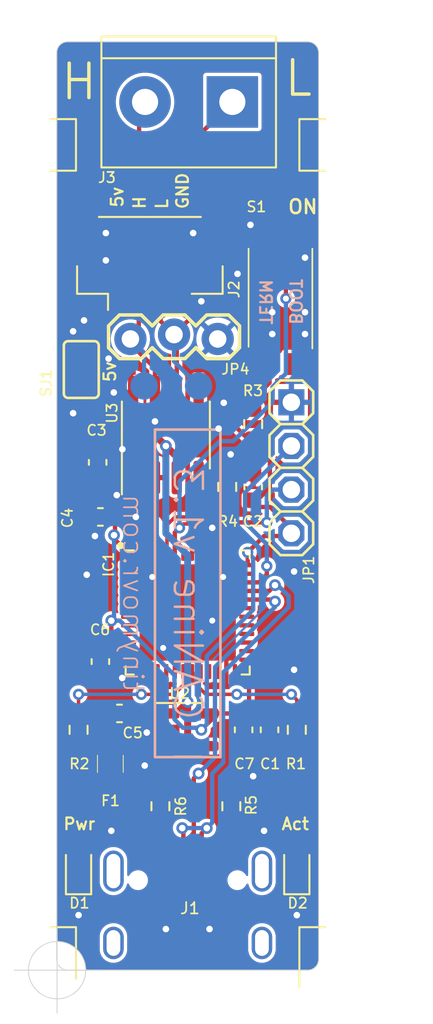
<source format=kicad_pcb>
(kicad_pcb (version 20211014) (generator pcbnew)
  (layers (0 "F.Cu" signal) (31 "B.Cu" signal) (34 "B.Paste" user) (35 "F.Paste" user) (36 "B.SilkS" user "B.Silkscreen") (37 "F.SilkS" user "F.Silkscreen") (38 "B.Mask" user) (39 "F.Mask" user) (44 "Edge.Cuts" user))
  (net 0 "")
  (net 1 "GND")
  (net 2 "3.3V")
  (net 3 "V_BATT")
  (net 4 "/VBUS_USB")
  (net 19 "/LED_TX")
  (net 20 "/LED_RX")
  (net 31 "/D-")
  (net 32 "/D+")
  (net 33 "/SWDIO")
  (net 34 "/SWCLK")
  (net 41 "/BOOT0")
  (net 42 "/CAN_RX")
  (net 43 "/CAN_TX")
  (net 44 "Net-(J1-PadA5)")
  (net 45 "Net-(J1-PadB5)")
  (net 46 "Net-(SJ1-Pad2)")
  (net 47 "/CANH")
  (net 48 "/CANL")
  (net 49 "Net-(R3-Pad2)")
  (net 52 "Net-(R2-Pad2)")
  (net 53 "Net-(R1-Pad2)")
  (footprint "Resistor_SMD:R_0603_1608Metric" (layer "F.Cu") (at 146.9136 117.465475 -90)
    (fp_text reference "R6")
    (fp_text value "5.1k")
  )
  (footprint "Fiducial:Fiducial_0.75mm_Mask1.5mm" (layer "F.Cu") (at 142.1 106)
    (fp_text reference "FID1" hide)
    (fp_text value "Fiducial")
  )
  (footprint "Package_SO:SOIC-8_3.9x4.9mm_P1.27mm" (layer "F.Cu") (at 147.2311 95.875475 90)
    (fp_text reference "U3")
    (fp_text value "MCP2551")
  )
  (footprint "Resistor_SMD:R_0603_1608Metric" (layer "F.Cu") (at 152.3111 95.240475 90)
    (fp_text reference "R3")
    (fp_text value "RC0603JR-7W120RL")
  )
  (footprint "TerminalBlock:TerminalBlock_bornier-2_P5.08mm" (layer "F.Cu") (at 151.1 76.5 180)
    (fp_text reference "J3")
    (fp_text value "Screw_Terminal_01x02")
  )
  (footprint "CANine_v2:1X04-S" (layer "F.Cu") (at 154.5336 97.780475 -90)
    (fp_text reference "JP1")
    (fp_text value "PINHD-1X04_2.54-S")
  )
  (footprint "Resistor_SMD:R_0603_1608Metric" (layer "F.Cu") (at 151.0411 117.465475 -90)
    (fp_text reference "R5")
    (fp_text value "5.1k")
  )
  (footprint "Capacitor_SMD:C_0603_1608Metric" (layer "F.Cu") (at 152.3111 98.891725 90)
    (fp_text reference "C2")
    (fp_text value "0.1uF")
  )
  (footprint "Capacitor_SMD:C_0603_1608Metric" (layer "F.Cu") (at 151.755475 113.020475 -90)
    (fp_text reference "C7")
    (fp_text value "4.7uF")
  )
  (footprint "Capacitor_SMD:C_0603_1608Metric" (layer "F.Cu") (at 144.53235 112.067975 180)
    (fp_text reference "C5")
    (fp_text value "4.7uF")
  )
  (footprint "CANine_v2:PTC0805" (layer "F.Cu") (at 144 115 -90)
    (fp_text reference "F1")
    (fp_text value "FUSE_PTC-0805")
  )
  (footprint "Fiducial:Fiducial_0.75mm_Mask1.5mm" (layer "F.Cu") (at 153.7 81.5)
    (fp_text reference "FID2" hide)
    (fp_text value "Fiducial")
  )
  (footprint "Resistor_SMD:R_0603_1608Metric" (layer "F.Cu") (at 154.8511 113.020475 -90)
    (fp_text reference "R1")
    (fp_text value "1k")
  )
  (footprint "Capacitor_SMD:C_0603_1608Metric" (layer "F.Cu") (at 143.4211 100.637975 180)
    (fp_text reference "C4")
    (fp_text value "0.1uF")
  )
  (footprint "Connector_JST:JST_GH_BM04B-GHS-TBT_1x04-1MP_P1.25mm_Vertical" (layer "F.Cu") (at 146.3 85.8)
    (fp_text reference "J2")
    (fp_text value "Conn_01x04_Male")
  )
  (footprint "LED_SMD:LED_0603_1608Metric" (layer "F.Cu") (at 142.15 121.1 90)
    (fp_text reference "D1")
    (fp_text value "LED")
  )
  (footprint "Movr:SPARKFUN-CONNECTORS_USB-C-16P" (layer "F.Cu") (at 148.5011 120.322975)
    (fp_text reference "J1")
    (fp_text value "SPARKFUN-CONNECTORS_USB_C16PIN" hide)
  )
  (footprint "LED_SMD:LED_0603_1608Metric" (layer "F.Cu") (at 154.85 121.1 90)
    (fp_text reference "D2")
    (fp_text value "LED")
  )
  (footprint "CANine_v2:1X03_LOCK" (layer "F.Cu") (at 150.24735 90.160475 180)
    (fp_text reference "JP4")
    (fp_text value "M03LOCK")
  )
  (footprint "Package_TO_SOT_SMD:SOT-23-5" (layer "F.Cu") (at 148.5 113.020475)
    (fp_text reference "U2")
    (fp_text value "AP2202K-3.3TRG1")
  )
  (footprint "Resistor_SMD:R_0603_1608Metric" (layer "F.Cu") (at 150.8 98.891725 90)
    (fp_text reference "R4")
    (fp_text value "10k")
  )
  (footprint "CANine_v2:2182LPSTRF" (layer "F.Cu") (at 153.8986 87.937975)
    (fp_text reference "S1")
    (fp_text value "218-2LPSTRF")
  )
  (footprint "Capacitor_SMD:C_0603_1608Metric" (layer "F.Cu") (at 143.26235 97.462975 -90)
    (fp_text reference "C3")
    (fp_text value "0.1uF")
  )
  (footprint "Package_DFN_QFN:QFN-48-1EP_7x7mm_P0.5mm_EP5.6x5.6mm" (layer "F.Cu") (at 148.5011 106.194225)
    (fp_text reference "IC1")
    (fp_text value "STM32F042C6U6")
  )
  (footprint "Capacitor_SMD:C_0603_1608Metric" (layer "F.Cu") (at 143.4211 109.051725 -90)
    (fp_text reference "C6")
    (fp_text value "0.1uF")
  )
  (footprint "Capacitor_SMD:C_0603_1608Metric" (layer "F.Cu") (at 153.2636 113.020475 -90)
    (fp_text reference "C1")
    (fp_text value "0.1uF")
  )
  (footprint "CANine_v2:SJ" (layer "F.Cu") (at 142.30985 92.065475 90)
    (fp_text reference "SJ1")
    (fp_text value "SJ")
  )
  (footprint "Resistor_SMD:R_0603_1608Metric" (layer "F.Cu") (at 142.1511 113.020475 -90)
    (fp_text reference "R2")
    (fp_text value "1k")
  )
  (footprint "CANine_v2:TP16R" (layer "B.Cu") (at 145.9611 93.017975 180)
    (fp_text reference "TP1" hide)
    (fp_text value "TPTP16R" hide)
  )
  (footprint "CANine_v2:TP16R" (layer "B.Cu") (at 149.1361 93.017975 180)
    (fp_text reference "TP2" hide)
    (fp_text value "TPTP16R" hide)
  )
  (gr_line (start 146.5961 114.607975) (end 150.4061 114.607975) (layer "B.SilkS") (width 0.1524))
  (gr_line (start 150.4061 95.557975) (end 146.5961 95.557975) (layer "B.SilkS") (width 0.1524))
  (gr_line (start 150.4061 114.607975) (end 150.4061 95.557975) (layer "B.SilkS") (width 0.1524))
  (gr_line (start 146.5961 95.557975) (end 146.5961 114.607975) (layer "B.SilkS") (width 0.1524))
  (gr_line (start 156.5 124.5) (end 155 124.5) (layer "F.SilkS") (width 0.12))
  (gr_circle (center 144.6 102.3) (end 144.75 102.3) (layer "F.SilkS") (width 0.12) (fill solid))
  (gr_line (start 142 80.5) (end 140.5 80.5) (layer "F.SilkS") (width 0.12))
  (gr_line (start 155 77.5) (end 155 80.5) (layer "F.SilkS") (width 0.12))
  (gr_line (start 142 77.5) (end 142 80.5) (layer "F.SilkS") (width 0.12))
  (gr_line (start 140.5 124.5) (end 142 124.5) (layer "F.SilkS") (width 0.12))
  (gr_line (start 155 124.5) (end 155 128) (layer "F.SilkS") (width 0.12))
  (gr_line (start 156.5 77.5) (end 155 77.5) (layer "F.SilkS") (width 0.12))
  (gr_line (start 142 124.5) (end 142 127.5) (layer "F.SilkS") (width 0.12))
  (gr_line (start 155 80.5) (end 156.5 80.5) (layer "F.SilkS") (width 0.12))
  (gr_line (start 140.5 77.5) (end 142 77.5) (layer "F.SilkS") (width 0.12))
  (gr_line (start 156.1211 126.365) (end 156.1211 73.635) (layer "Edge.Cuts") (width 0.05))
  (gr_arc (start 140.8811 73.635) (mid 141.067087 73.185987) (end 141.5161 73) (layer "Edge.Cuts") (width 0.05))
  (gr_arc (start 156.1211 126.365) (mid 155.935113 126.814013) (end 155.4861 127) (layer "Edge.Cuts") (width 0.05))
  (gr_line (start 140.8811 73.635) (end 140.8811 126.365) (layer "Edge.Cuts") (width 0.05))
  (gr_arc (start 141.5161 127) (mid 141.067087 126.814013) (end 140.8811 126.365) (layer "Edge.Cuts") (width 0.05))
  (gr_line (start 155.4861 73) (end 141.5161 73) (layer "Edge.Cuts") (width 0.05))
  (gr_arc (start 155.4861 73) (mid 155.935113 73.185987) (end 156.1211 73.635) (layer "Edge.Cuts") (width 0.05))
  (gr_line (start 141.5161 127) (end 155.4861 127) (layer "Edge.Cuts") (width 0.05))
  (gr_text "TERM" (at 152.6286 89.525475 -90) (layer "B.SilkS") (effects (font (size 0.682752 0.682752) (thickness 0.130048)) (justify left bottom mirror)))
  (gr_text "CANine v1.3" (at 148.5011 105.082975 -90) (layer "B.SilkS") (effects (font (size 1.63576 1.63576) (thickness 0.14224)) (justify mirror)))
  (gr_text "BOOT" (at 154.37485 89.525475 -90) (layer "B.SilkS") (effects (font (size 0.682752 0.682752) (thickness 0.130048)) (justify left bottom mirror)))
  (gr_text "tinymovr.com" (at 145.3261 105.082975 -90) (layer "B.SilkS") (effects (font (size 1.1684 1.1684) (thickness 0.1016)) (justify mirror)))
  (gr_text "5v" (at 144.3736 92.859225 90) (layer "F.SilkS") (effects (font (size 0.682752 0.682752) (thickness 0.130048)) (justify left bottom)))
  (gr_text "Pwr" (at 141.1986 118.894225) (layer "F.SilkS") (effects (font (size 0.682752 0.682752) (thickness 0.130048)) (justify left bottom)))
  (gr_text "L" (at 154 76.3) (layer "F.SilkS") (effects (font (size 2 2) (thickness 0.2)) (justify left bottom)))
  (gr_text "H" (at 146.1 82.8 90) (layer "F.SilkS") (effects (font (size 0.682752 0.682752) (thickness 0.130048)) (justify left bottom)))
  (gr_text "L" (at 147.4 82.8 90) (layer "F.SilkS") (effects (font (size 0.682752 0.682752) (thickness 0.130048)) (justify left bottom)))
  (gr_text "H" (at 141 76.5) (layer "F.SilkS") (effects (font (size 2 2) (thickness 0.2)) (justify left bottom)))
  (gr_text "GND" (at 148.6 82.8 90) (layer "F.SilkS") (effects (font (size 0.682752 0.682752) (thickness 0.130048)) (justify left bottom)))
  (gr_text "Act" (at 153.8986 118.894225) (layer "F.SilkS") (effects (font (size 0.682752 0.682752) (thickness 0.130048)) (justify left bottom)))
  (gr_text "ON" (at 155.2 82.6) (layer "F.SilkS") (effects (font (size 0.8 0.8))))
  (gr_text "5v" (at 144.8 82.7 90) (layer "F.SilkS") (effects (font (size 0.682752 0.682752) (thickness 0.130048)) (justify left bottom)))
  (target plus (at 140.9 127) (size 5) (width 0.05) (layer "Edge.Cuts"))
  (segment (start 148.5011 106.194225) (end 149.4536 106.194225) (width 0.254) (layer "F.Cu") (net 1))
  (segment (start 151.9511 103.944225) (end 150.7511 103.944225) (width 0.254) (layer "F.Cu") (net 1))
  (segment (start 149.4536 106.194225) (end 149.92985 106.670475) (width 0.254) (layer "F.Cu") (net 1))
  (segment (start 150.7511 109.644225) (end 150.7511 107.491725) (width 0.254) (layer "F.Cu") (net 1))
  (segment (start 144.0561 118.894225) (end 144.53235 118.894225) (width 0.3048) (layer "F.Cu") (net 1))
  (segment (start 145.2761 120.322975) (end 145.2761 119.737975) (width 0.3048) (layer "F.Cu") (net 1))
  (segment (start 150.7511 107.491725) (end 149.92985 106.670475) (width 0.254) (layer "F.Cu") (net 1))
  (segment (start 145.91735 106.944225) (end 147.07235 108.099225) (width 0.254) (layer "F.Cu") (net 1))
  (segment (start 147.07235 108.099225) (end 147.07235 108.257975) (width 0.254) (layer "F.Cu") (net 1))
  (segment (start 146.2511 103.944225) (end 146.2511 102.744225) (width 0.254) (layer "F.Cu") (net 1))
  (segment (start 144.53235 118.894225) (end 145.3261 119.687975) (width 0.3048) (layer "F.Cu") (net 1))
  (segment (start 145.0511 106.944225) (end 145.91735 106.944225) (width 0.254) (layer "F.Cu") (net 1))
  (segment (start 145.3261 119.687975) (end 145.2761 119.737975) (width 0.3048) (layer "F.Cu") (net 1))
  (segment (start 150.7511 103.944225) (end 150.56485 104.130475) (width 0.254) (layer "F.Cu") (net 1))
  (segment (start 148.5011 106.194225) (end 146.2511 103.944225) (width 0.254) (layer "F.Cu") (net 1))
  (via (at 150.56485 104.130475) (size 0.6548) (drill 0.35) (layers "F.Cu" "B.Cu") (net 1))
  (via (at 150.3 95.5) (size 0.6858) (drill 0.381) (layers "F.Cu" "B.Cu") (net 1))
  (via (at 152.3111 115.719225) (size 0.6858) (drill 0.381) (layers "F.Cu" "B.Cu") (net 1))
  (via (at 146.5961 95.081725) (size 0.6858) (drill 0.381) (layers "F.Cu" "B.Cu") (net 1))
  (via (at 155.32735 88.731725) (size 0.6858) (drill 0.381) (layers "F.Cu" "B.Cu") (net 1))
  (via (at 150.6 94) (size 0.6858) (drill 0.381) (layers "F.Cu" "B.Cu") (net 1))
  (via (at 155.32735 85.556725) (size 0.6858) (drill 0.381) (layers "F.Cu" "B.Cu") (net 1))
  (via (at 143.1036 101.749225) (size 0.6858) (drill 0.381) (layers "F.Cu" "B.Cu") (net 1))
  (via (at 147.2311 124.609225) (size 0.6858) (drill 0.381) (layers "F.Cu" "B.Cu") (net 1))
  (via (at 148.8186 84.127975) (size 0.6858) (drill 0.381) (layers "F.Cu" "B.Cu") (net 1))
  (via (at 144.6911 110.004225) (size 0.6858) (drill 0.381) (layers "F.Cu" "B.Cu") (net 1))
  (via (at 152.15235 83.651725) (size 0.6858) (drill 0.381) (layers "F.Cu" "B.Cu") (net 1))
  (via (at 142.4686 89.207975) (size 0.6858) (drill 0.381) (layers "F.Cu" "B.Cu") (net 1))
  (via (at 144.2 93.4) (size 0.6858) (drill 0.381) (layers "F.Cu" "B.Cu") (net 1))
  (via (at 149.92985 101.272975) (size 0.6858) (drill 0.381) (layers "F.Cu" "B.Cu") (net 1))
  (via (at 153.42235 88.731725) (size 0.6858) (drill 0.381) (layers "F.Cu" "B.Cu") (net 1))
  (via (at 154.8511 123.8) (size 0.6858) (drill 0.381) (layers "F.Cu" "B.Cu") (net 1))
  (via (at 149.7711 124.609225) (size 0.6858) (drill 0.381) (layers "F.Cu" "B.Cu") (net 1))
  (via (at 146.43735 104.130475) (size 0.6548) (drill 0.35) (layers "F.Cu" "B.Cu") (net 1))
  (via (at 147.07235 108.257975) (size 0.6548) (drill 0.35) (layers "F.Cu" "B.Cu") (net 1))
  (via (at 149.92985 106.670475) (size 0.6548) (drill 0.35) (layers "F.Cu" "B.Cu") (net 1))
  (via (at 151.4 86.5) (size 0.6858) (drill 0.381) (layers "F.Cu" "B.Cu") (net 1))
  (via (at 154.69235 103.812975) (size 0.6858) (drill 0.381) (layers "F.Cu" "B.Cu") (net 1))
  (via (at 155.32735 90.001725) (size 0.6858) (drill 0.381) (layers "F.Cu" "B.Cu") (net 1))
  (via (at 143.7386 84.127975) (size 0.6858) (drill 0.381) (layers "F.Cu" "B.Cu") (net 1))
  (via (at 143.7386 85.715475) (size 0.6858) (drill 0.381) (layers "F.Cu" "B.Cu") (net 1))
  (via (at 144.3736 99.367975) (size 0.6858) (drill 0.381) (layers "F.Cu" "B.Cu") (net 1))
  (via (at 141.8336 89.842975) (size 0.6858) (drill 0.381) (layers "F.Cu" "B.Cu") (net 1))
  (via (at 144.0561 118.894225) (size 0.6858) (drill 0.381) (layers "F.Cu" "B.Cu") (net 1))
  (via (at 144.7 96.7) (size 0.6858) (drill 0.381) (layers "F.Cu" "B.Cu") (net 1))
  (via (at 154.69235 109.527975) (size 0.6858) (drill 0.381) (layers "F.Cu" "B.Cu") (net 1))
  (via (at 142.62735 104) (size 0.6858) (drill 0.381) (layers "F.Cu" "B.Cu") (net 1))
  (via (at 153.42235 90.001725) (size 0.6858) (drill 0.381) (layers "F.Cu" "B.Cu") (net 1))
  (via (at 145.48485 100.637975) (size 0.6858) (drill 0.381) (layers "F.Cu" "B.Cu") (net 1))
  (via (at 151 97) (size 0.6858) (drill 0.381) (layers "F.Cu" "B.Cu") (net 1))
  (via (at 143.89735 91.430475) (size 0.6858) (drill 0.381) (layers "F.Cu" "B.Cu") (net 1))
  (via (at 146 115.1) (size 0.6858) (drill 0.381) (layers "F.Cu" "B.Cu") (net 1))
  (via (at 141.8336 94.605475) (size 0.6858) (drill 0.381) (layers "F.Cu" "B.Cu") (net 1))
  (via (at 146.11985 113.179225) (size 0.6858) (drill 0.381) (layers "F.Cu" "B.Cu") (net 1))
  (via (at 149.29485 88.096725) (size 0.6858) (drill 0.381) (layers "F.Cu" "B.Cu") (net 1))
  (via (at 152.9461 118.894225) (size 0.6858) (drill 0.381) (layers "F.Cu" "B.Cu") (net 1))
  (via (at 142.1511 123.8) (size 0.6858) (drill 0.381) (layers "F.Cu" "B.Cu") (net 1))
  (segment (start 144.21485 101.7) (end 144.21485 101.907975) (width 0.254) (layer "F.Cu") (net 2))
  (segment (start 149.95995 112.070475) (end 149.95995 112.355375) (width 0.254) (layer "F.Cu") (net 2))
  (segment (start 144.2711 101.64375) (end 144.2711 100.637975) (width 0.254) (layer "F.Cu") (net 2))
  (segment (start 145.4336 102.744225) (end 145.24235 102.935475) (width 0.254) (layer "F.Cu") (net 2))
  (segment (start 152.9461 101.749225) (end 151.9936 102.701725) (width 0.254) (layer "F.Cu") (net 2))
  (segment (start 144.21485 101.7) (end 144.2711 101.64375) (width 0.254) (layer "F.Cu") (net 2))
  (segment (start 152.072975 111.852975) (end 151.755475 112.170475) (width 0.254) (layer "F.Cu") (net 2))
  (segment (start 152.3111 99.741725) (end 152.6286 100.059225) (width 0.254) (layer "F.Cu") (net 2))
  (segment (start 151.755475 112.170475) (end 153.2636 112.170475) (width 0.254) (layer "F.Cu") (net 2))
  (segment (start 155.235525 95.259525) (end 153.763693 95.259525) (width 0.254) (layer "F.Cu") (net 2))
  (segment (start 145.0511 107.444225) (end 144.1786 107.444225) (width 0.254) (layer "F.Cu") (net 2))
  (segment (start 145.24235 102.935475) (end 145.0511 103.126725) (width 0.254) (layer "F.Cu") (net 2))
  (segment (start 155.6258 94.86925) (end 155.235525 95.259525) (width 0.254) (layer "F.Cu") (net 2))
  (segment (start 152.46985 99.741725) (end 152.3111 99.741725) (width 0.254) (layer "F.Cu") (net 2))
  (segment (start 144.0561 106.670475) (end 144.0561 107.321725) (width 0.254) (layer "F.Cu") (net 2))
  (segment (start 151.2511 109.644225) (end 151.2511 109.737975) (width 0.254) (layer "F.Cu") (net 2))
  (segment (start 155.6258 92.91295) (end 155.6258 94.86925) (width 0.254) (layer "F.Cu") (net 2))
  (segment (start 145.0511 103.444225) (end 145.0511 103.126725) (width 0.254) (layer "F.Cu") (net 2))
  (segment (start 151.9936 103.401725) (end 151.9936 102.701725) (width 0.254) (layer "F.Cu") (net 2))
  (segment (start 144.0561 107.321725) (end 144.1786 107.444225) (width 0.254) (layer "F.Cu") (net 2))
  (segment (start 153.297337 100.059225) (end 152.6286 100.059225) (width 0.254) (layer "F.Cu") (net 2))
  (segment (start 154.5336 101.295488) (end 153.297337 100.059225) (width 0.254) (layer "F.Cu") (net 2))
  (segment (start 153.763693 95.259525) (end 153.28265 95.740569) (width 0.254) (layer "F.Cu") (net 2))
  (segment (start 154.5336 101.590475) (end 154.5336 101.295488) (width 0.254) (layer "F.Cu") (net 2))
  (segment (start 144.21485 101.907975) (end 145.24235 102.935475) (width 0.254) (layer "F.Cu") (net 2))
  (segment (start 151.755475 112.170475) (end 151.655475 112.070475) (width 0.254) (layer "F.Cu") (net 2))
  (segment (start 154.37485 101.749225) (end 152.9461 101.749225) (width 0.254) (layer "F.Cu") (net 2))
  (segment (start 154.37485 101.749225) (end 154.5336 101.590475) (width 0.254) (layer "F.Cu") (net 2))
  (segment (start 153.28265 95.740569) (end 153.28265 98.928925) (width 0.254) (layer "F.Cu") (net 2))
  (segment (start 149.95995 112.070475) (end 151.655475 112.070475) (width 0.254) (layer "F.Cu") (net 2))
  (segment (start 154.5336 91.747975) (end 154.5336 91.82075) (width 0.254) (layer "F.Cu") (net 2))
  (segment (start 149.95995 112.355375) (end 149.29485 113.020475) (width 0.254) (layer "F.Cu") (net 2))
  (segment (start 154.5336 91.82075) (end 155.6258 92.91295) (width 0.254) (layer "F.Cu") (net 2))
  (segment (start 151.9511 103.444225) (end 151.9936 103.401725) (width 0.254) (layer "F.Cu") (net 2))
  (segment (start 151.2511 109.737975) (end 152.072975 110.55985) (width 0.254) (layer "F.Cu") (net 2))
  (segment (start 153.28265 98.928925) (end 152.46985 99.741725) (width 0.254) (layer "F.Cu") (net 2))
  (segment (start 144.1786 107.444225) (end 143.4211 108.201725) (width 0.254) (layer "F.Cu") (net 2))
  (segment (start 152.072975 110.55985) (end 152.072975 111.852975) (width 0.254) (layer "F.Cu") (net 2))
  (segment (start 145.4336 102.744225) (end 145.7511 102.744225) (width 0.254) (layer "F.Cu") (net 2))
  (via (at 144.21485 101.7) (size 0.6858) (drill 0.381) (layers "F.Cu" "B.Cu") (net 2))
  (via (at 151.9936 102.701725) (size 0.6548) (drill 0.35) (layers "F.Cu" "B.Cu") (net 2))
  (via (at 144.0561 106.670475) (size 0.6858) (drill 0.381) (layers "F.Cu" "B.Cu") (net 2))
  (via (at 149.29485 113.020475) (size 0.6858) (drill 0.381) (layers "F.Cu" "B.Cu") (net 2))
  (segment (start 152.3111 103.019225) (end 152.3111 106.035475) (width 0.254) (layer "B.Cu") (net 2))
  (segment (start 144.21485 106.511725) (end 144.0561 106.670475) (width 0.254) (layer "B.Cu") (net 2))
  (segment (start 149.61235 112.702975) (end 149.29485 113.020475) (width 0.254) (layer "B.Cu") (net 2))
  (segment (start 149.1742 112.899825) (end 148.222287 112.899825) (width 0.254) (layer "B.Cu") (net 2))
  (segment (start 147.72995 109.845563) (end 144.554862 106.670475) (width 0.254) (layer "B.Cu") (net 2))
  (segment (start 149.61235 108.734225) (end 149.61235 112.702975) (width 0.254) (layer "B.Cu") (net 2))
  (segment (start 148.222287 112.899825) (end 147.72995 112.407488) (width 0.254) (layer "B.Cu") (net 2))
  (segment (start 151.9936 102.701725) (end 152.3111 103.019225) (width 0.254) (layer "B.Cu") (net 2))
  (segment (start 149.29485 113.020475) (end 149.1742 112.899825) (width 0.254) (layer "B.Cu") (net 2))
  (segment (start 152.3111 106.035475) (end 149.61235 108.734225) (width 0.254) (layer "B.Cu") (net 2))
  (segment (start 144.0561 106.670475) (end 144.554862 106.670475) (width 0.254) (layer "B.Cu") (net 2))
  (segment (start 147.72995 112.407488) (end 147.72995 109.845563) (width 0.254) (layer "B.Cu") (net 2))
  (segment (start 144.21485 101.7) (end 144.21485 106.511725) (width 0.254) (layer "B.Cu") (net 2))
  (segment (start 145.48485 96.002475) (end 145.48485 96.034225) (width 0.4064) (layer "F.Cu") (net 3))
  (segment (start 143.68235 112.067975) (end 143.68235 113.58235) (width 0.4064) (layer "F.Cu") (net 3))
  (segment (start 143.26235 96.612975) (end 144.548225 95.3271) (width 0.4064) (layer "F.Cu") (net 3))
  (segment (start 147.8661 97.145475) (end 147.8661 98.491675) (width 0.4064) (layer "F.Cu") (net 3))
  (segment (start 148.5 111.4) (end 148.5 113.656575) (width 0.4064) (layer "F.Cu") (net 3))
  (segment (start 144.548225 95.06585) (end 145.48485 96.002475) (width 0.4064) (layer "F.Cu") (net 3))
  (segment (start 144.1 113.8) (end 144 113.9) (width 0.4064) (layer "F.Cu") (net 3))
  (segment (start 142.30985 92.827475) (end 144.548225 95.06585) (width 0.4064) (layer "F.Cu") (net 3))
  (segment (start 143.68235 113.58235) (end 144 113.9) (width 0.4064) (layer "F.Cu") (net 3))
  (segment (start 145.80235 113.972975) (end 145.629375 113.8) (width 0.4064) (layer "F.Cu") (net 3))
  (segment (start 147.2311 96.510475) (end 146.75485 96.034225) (width 0.4064) (layer "F.Cu") (net 3))
  (segment (start 145.629375 113.8) (end 144.1 113.8) (width 0.4064) (layer "F.Cu") (net 3))
  (segment (start 145.48485 96.034225) (end 146.75485 96.034225) (width 0.4064) (layer "F.Cu") (net 3))
  (segment (start 147.2311 96.510475) (end 147.8661 97.145475) (width 0.4064) (layer "F.Cu") (net 3))
  (segment (start 147.829525 112.070475) (end 147.35975 112.070475) (width 0.4064) (layer "F.Cu") (net 3))
  (segment (start 147.36225 113.972975) (end 145.80235 113.972975) (width 0.4064) (layer "F.Cu") (net 3))
  (segment (start 144.548225 95.3271) (end 144.548225 95.06585) (width 0.4064) (layer "F.Cu") (net 3))
  (segment (start 148.5 113.656575) (end 148.1836 113.972975) (width 0.4064) (layer "F.Cu") (net 3))
  (segment (start 148.1836 113.972975) (end 147.36225 113.972975) (width 0.4064) (layer "F.Cu") (net 3))
  (segment (start 148.5 111.4) (end 147.829525 112.070475) (width 0.4064) (layer "F.Cu") (net 3))
  (via (at 148.5 111.4) (size 0.6858) (drill 0.381) (layers "F.Cu" "B.Cu") (net 3))
  (via (at 147.2311 96.510475) (size 0.6858) (drill 0.381) (layers "F.Cu" "B.Cu") (net 3))
  (segment (start 148.5011 102.860475) (end 147.2311 101.590475) (width 0.4064) (layer "B.Cu") (net 3))
  (segment (start 148.5011 111.3989) (end 148.5011 102.860475) (width 0.4064) (layer "B.Cu") (net 3))
  (segment (start 147.2311 101.590475) (end 147.2311 96.510475) (width 0.4064) (layer "B.Cu") (net 3))
  (segment (start 148.5 111.4) (end 148.5011 111.3989) (width 0.4064) (layer "B.Cu") (net 3))
  (segment (start 145.4161 116.602975) (end 144.913125 116.1) (width 0.4064) (layer "F.Cu") (net 4))
  (segment (start 147.385262 122.406875) (end 146.03595 121.057563) (width 0.4064) (layer "F.Cu") (net 4))
  (segment (start 146.0511 120.322975) (end 146.0511 119.370475) (width 0.4064) (layer "F.Cu") (net 4))
  (segment (start 150.96625 121.057563) (end 149.616937 122.406875) (width 0.4064) (layer "F.Cu") (net 4))
  (segment (start 150.96625 120.338125) (end 150.96625 121.057563) (width 0.4064) (layer "F.Cu") (net 4))
  (segment (start 149.616937 122.406875) (end 147.385262 122.406875) (width 0.4064) (layer "F.Cu") (net 4))
  (segment (start 146.03595 120.338125) (end 146.03595 121.057563) (width 0.4064) (layer "F.Cu") (net 4))
  (segment (start 145.4161 118.735475) (end 145.4161 116.602975) (width 0.4064) (layer "F.Cu") (net 4))
  (segment (start 144.913125 116.1) (end 144 116.1) (width 0.4064) (layer "F.Cu") (net 4))
  (segment (start 146.0511 119.370475) (end 145.4161 118.735475) (width 0.4064) (layer "F.Cu") (net 4))
  (segment (start 146.0511 120.322975) (end 146.03595 120.338125) (width 0.4064) (layer "F.Cu") (net 4))
  (segment (start 150.9511 120.322975) (end 150.96625 120.338125) (width 0.4064) (layer "F.Cu") (net 4))
  (segment (start 142.1511 112.170475) (end 142.1511 110.956725) (width 0.2032) (layer "F.Cu") (net 19))
  (segment (start 147.70735 110.956725) (end 145.80235 110.956725) (width 0.2032) (layer "F.Cu") (net 19))
  (segment (start 148.2511 109.644225) (end 148.2511 110.412975) (width 0.2032) (layer "F.Cu") (net 19))
  (segment (start 148.2511 110.412975) (end 147.70735 110.956725) (width 0.2032) (layer "F.Cu") (net 19))
  (via (at 145.80235 110.956725) (size 0.6548) (drill 0.35) (layers "F.Cu" "B.Cu") (net 19))
  (via (at 142.1511 110.956725) (size 0.6548) (drill 0.35) (layers "F.Cu" "B.Cu") (net 19))
  (segment (start 145.80235 110.956725) (end 142.1511 110.956725) (width 0.2032) (layer "B.Cu") (net 19))
  (segment (start 154.8511 112.170475) (end 154.8511 111.274225) (width 0.2032) (layer "F.Cu") (net 20))
  (segment (start 148.7511 109.644225) (end 148.7963 109.689425) (width 0.2032) (layer "F.Cu") (net 20))
  (segment (start 148.7963 109.689425) (end 148.7963 110.195475) (width 0.2032) (layer "F.Cu") (net 20))
  (segment (start 148.7963 110.195475) (end 149.55755 110.956725) (width 0.2032) (layer "F.Cu") (net 20))
  (segment (start 154.8511 111.274225) (end 154.5336 110.956725) (width 0.2032) (layer "F.Cu") (net 20))
  (segment (start 149.55755 110.956725) (end 151.3586 110.956725) (width 0.2032) (layer "F.Cu") (net 20))
  (via (at 154.5336 110.956725) (size 0.6548) (drill 0.35) (layers "F.Cu" "B.Cu") (net 20))
  (via (at 151.3586 110.956725) (size 0.6548) (drill 0.35) (layers "F.Cu" "B.Cu") (net 20))
  (segment (start 151.3586 110.956725) (end 154.5336 110.956725) (width 0.2032) (layer "B.Cu") (net 20))
  (segment (start 148.8567 119.014288) (end 148.8567 115.839875) (width 0.254) (layer "F.Cu") (net 31))
  (segment (start 148.5011 121.592975) (end 148.7511 121.342975) (width 0.254) (layer "F.Cu") (net 31))
  (segment (start 148.02485 121.592975) (end 148.5011 121.592975) (width 0.254) (layer "F.Cu") (net 31))
  (segment (start 153.4661 105.444225) (end 153.5811 105.559225) (width 0.254) (layer "F.Cu") (net 31))
  (segment (start 148.7511 120.322975) (end 148.7511 119.119888) (width 0.254) (layer "F.Cu") (net 31))
  (segment (start 151.9511 105.444225) (end 153.4661 105.444225) (width 0.254) (layer "F.Cu") (net 31))
  (segment (start 148.8567 115.839875) (end 149.1361 115.560475) (width 0.254) (layer "F.Cu") (net 31))
  (segment (start 148.7511 119.119888) (end 148.8567 119.014288) (width 0.254) (layer "F.Cu") (net 31))
  (segment (start 148.7511 121.342975) (end 148.7511 120.322975) (width 0.254) (layer "F.Cu") (net 31))
  (segment (start 147.7511 121.319225) (end 148.02485 121.592975) (width 0.254) (layer "F.Cu") (net 31))
  (segment (start 147.7511 120.322975) (end 147.7511 121.319225) (width 0.254) (layer "F.Cu") (net 31))
  (via (at 149.1361 115.560475) (size 0.6858) (drill 0.381) (layers "F.Cu" "B.Cu") (net 31))
  (via (at 153.5811 105.559225) (size 0.6858) (drill 0.381) (layers "F.Cu" "B.Cu") (net 31))
  (segment (start 150.0886 109.369225) (end 150.0886 114.607975) (width 0.254) (layer "B.Cu") (net 31))
  (segment (start 150.0886 114.607975) (end 149.1361 115.560475) (width 0.254) (layer "B.Cu") (net 31))
  (segment (start 153.5811 105.559225) (end 153.5811 105.876725) (width 0.254) (layer "B.Cu") (net 31))
  (segment (start 153.5811 105.876725) (end 150.0886 109.369225) (width 0.254) (layer "B.Cu") (net 31))
  (segment (start 148.2511 120.322975) (end 148.2511 118.802975) (width 0.254) (layer "F.Cu") (net 32))
  (segment (start 149.2511 120.322975) (end 149.2511 119.266469) (width 0.254) (layer "F.Cu") (net 32))
  (segment (start 149.3139 119.033925) (end 149.61235 118.735475) (width 0.254) (layer "F.Cu") (net 32))
  (segment (start 149.3139 119.203669) (end 149.3139 119.033925) (width 0.254) (layer "F.Cu") (net 32))
  (segment (start 151.9511 104.944225) (end 153.2436 104.944225) (width 0.254) (layer "F.Cu") (net 32))
  (segment (start 153.2436 104.944225) (end 153.5811 104.606725) (width 0.254) (layer "F.Cu") (net 32))
  (segment (start 149.2511 119.266469) (end 149.3139 119.203669) (width 0.254) (layer "F.Cu") (net 32))
  (segment (start 148.2511 118.802975) (end 148.1836 118.735475) (width 0.254) (layer "F.Cu") (net 32))
  (via (at 149.61235 118.735475) (size 0.6858) (drill 0.381) (layers "F.Cu" "B.Cu") (net 32))
  (via (at 153.5811 104.606725) (size 0.6858) (drill 0.381) (layers "F.Cu" "B.Cu") (net 32))
  (via (at 148.1836 118.735475) (size 0.6858) (drill 0.381) (layers "F.Cu" "B.Cu") (net 32))
  (segment (start 149.61235 118.735475) (end 149.92985 118.417975) (width 0.254) (layer "B.Cu") (net 32))
  (segment (start 150.56485 114.925475) (end 149.92985 115.560475) (width 0.254) (layer "B.Cu") (net 32))
  (segment (start 154.37485 105.876725) (end 150.56485 109.686725) (width 0.254) (layer "B.Cu") (net 32))
  (segment (start 154.37485 105.241725) (end 153.73985 104.606725) (width 0.254) (layer "B.Cu") (net 32))
  (segment (start 153.5811 104.606725) (end 153.73985 104.606725) (width 0.254) (layer "B.Cu") (net 32))
  (segment (start 149.61235 118.735475) (end 148.1836 118.735475) (width 0.254) (layer "B.Cu") (net 32))
  (segment (start 149.92985 115.560475) (end 149.92985 118.417975) (width 0.254) (layer "B.Cu") (net 32))
  (segment (start 154.37485 105.241725) (end 154.37485 105.876725) (width 0.254) (layer "B.Cu") (net 32))
  (segment (start 150.56485 109.686725) (end 150.56485 114.925475) (width 0.254) (layer "B.Cu") (net 32))
  (segment (start 153.10485 103.9912) (end 152.651825 104.444225) (width 0.254) (layer "F.Cu") (net 33))
  (segment (start 151.9511 104.444225) (end 152.651825 104.444225) (width 0.254) (layer "F.Cu") (net 33))
  (segment (start 153.10485 103.9912) (end 153.10485 103.495475) (width 0.254) (layer "F.Cu") (net 33))
  (via (at 153.10485 103.495475) (size 0.6548) (drill 0.35) (layers "F.Cu" "B.Cu") (net 33))
  (segment (start 153.10485 103.495475) (end 153.10485 102.225475) (width 0.254) (layer "B.Cu") (net 33))
  (segment (start 151.83485 99.209225) (end 151.83485 100.955475) (width 0.254) (layer "B.Cu") (net 33))
  (segment (start 153.10485 102.225475) (end 151.83485 100.955475) (width 0.254) (layer "B.Cu") (net 33))
  (segment (start 154.5336 96.510475) (end 151.83485 99.209225) (width 0.254) (layer "B.Cu") (net 33))
  (segment (start 151.2511 102.744225) (end 151.2511 101.085488) (width 0.254) (layer "F.Cu") (net 34))
  (segment (start 151.381112 100.955475) (end 151.2511 101.085488) (width 0.254) (layer "F.Cu") (net 34))
  (segment (start 153.10485 100.955475) (end 151.381112 100.955475) (width 0.254) (layer "F.Cu") (net 34))
  (via (at 153.10485 100.955475) (size 0.6548) (drill 0.35) (layers "F.Cu" "B.Cu") (net 34))
  (segment (start 153.46985 99.050475) (end 154.5336 99.050475) (width 0.254) (layer "B.Cu") (net 34))
  (segment (start 153.10485 99.415475) (end 153.46985 99.050475) (width 0.254) (layer "B.Cu") (net 34))
  (segment (start 153.10485 100.955475) (end 153.10485 99.415475) (width 0.254) (layer "B.Cu") (net 34))
  (segment (start 147.7511 101.546725) (end 148.02485 101.272975) (width 0.254) (layer "F.Cu") (net 41))
  (segment (start 148.666637 101.047175) (end 149.972087 99.741725) (width 0.2032) (layer "F.Cu") (net 41))
  (segment (start 154.2161 84.445475) (end 154.2161 87.937975) (width 0.254) (layer "F.Cu") (net 41))
  (segment (start 148.02485 101.272975) (end 148.25065 101.047175) (width 0.2032) (layer "F.Cu") (net 41))
  (segment (start 147.7511 102.744225) (end 147.7511 101.546725) (width 0.254) (layer "F.Cu") (net 41))
  (segment (start 148.25065 101.047175) (end 148.666637 101.047175) (width 0.2032) (layer "F.Cu") (net 41))
  (segment (start 154.5336 84.127975) (end 154.2161 84.445475) (width 0.254) (layer "F.Cu") (net 41))
  (segment (start 149.972087 99.741725) (end 150.56485 99.741725) (width 0.2032) (layer "F.Cu") (net 41))
  (via (at 148.02485 101.272975) (size 0.6548) (drill 0.35) (layers "F.Cu" "B.Cu") (net 41))
  (via (at 154.2161 87.937975) (size 0.6548) (drill 0.35) (layers "F.Cu" "B.Cu") (net 41))
  (segment (start 148.02485 101.272975) (end 148.02485 98.574225) (width 0.254) (layer "B.Cu") (net 41))
  (segment (start 148.02485 98.574225) (end 150.368 96.231075) (width 0.254) (layer "B.Cu") (net 41))
  (segment (start 151.161162 96.231075) (end 153.4414 93.950838) (width 0.254) (layer "B.Cu") (net 41))
  (segment (start 154.2161 92.297) (end 154.2161 87.937975) (width 0.254) (layer "B.Cu") (net 41))
  (segment (start 153.4414 93.0717) (end 154.2161 92.297) (width 0.254) (layer "B.Cu") (net 41))
  (segment (start 153.4414 93.950838) (end 153.4414 93.0717) (width 0.254) (layer "B.Cu") (net 41))
  (segment (start 150.368 96.231075) (end 151.161162 96.231075) (width 0.254) (layer "B.Cu") (net 41))
  (segment (start 147.2511 102.744225) (end 147.2963 102.699025) (width 0.2032) (layer "F.Cu") (net 42))
  (segment (start 147.2963 102.699025) (end 147.2963 101.107457) (width 0.2032) (layer "F.Cu") (net 42))
  (segment (start 147.762981 100.640775) (end 148.4983 100.640775) (width 0.2032) (layer "F.Cu") (net 42))
  (segment (start 147.2963 101.107457) (end 147.762981 100.640775) (width 0.2032) (layer "F.Cu") (net 42))
  (segment (start 148.4983 100.640775) (end 149.1361 100.002975) (width 0.2032) (layer "F.Cu") (net 42))
  (segment (start 149.1361 100.002975) (end 149.1361 98.491675) (width 0.2032) (layer "F.Cu") (net 42))
  (segment (start 146.7059 102.699025) (end 146.7059 100.943038) (width 0.2032) (layer "F.Cu") (net 43))
  (segment (start 146.7511 102.744225) (end 146.7059 102.699025) (width 0.2032) (layer "F.Cu") (net 43))
  (segment (start 146.7059 100.943038) (end 145.3261 99.563238) (width 0.2032) (layer "F.Cu") (net 43))
  (segment (start 145.3261 99.563238) (end 145.3261 98.491675) (width 0.2032) (layer "F.Cu") (net 43))
  (segment (start 146.9136 119.148025) (end 146.9136 118.315475) (width 0.254) (layer "F.Cu") (net 44))
  (segment (start 147.2281 119.462525) (end 146.9136 119.148025) (width 0.254) (layer "F.Cu") (net 44))
  (segment (start 147.2511 120.322975) (end 147.2281 120.299975) (width 0.254) (layer "F.Cu") (net 44))
  (segment (start 147.2281 120.299975) (end 147.2281 119.462525) (width 0.254) (layer "F.Cu") (net 44))
  (segment (start 150.2511 120.322975) (end 150.2511 119.105475) (width 0.254) (layer "F.Cu") (net 45))
  (segment (start 150.2511 119.105475) (end 151.0411 118.315475) (width 0.254) (layer "F.Cu") (net 45))
  (segment (start 143.388689 90.224636) (end 143.388689 88.772773) (width 0.25) (layer "F.Cu") (net 46))
  (segment (start 142.30985 91.303475) (end 143.388689 90.224636) (width 0.25) (layer "F.Cu") (net 46))
  (segment (start 143.388689 88.772773) (end 144.411462 87.75) (width 0.25) (layer "F.Cu") (net 46))
  (segment (start 144.411462 87.75) (end 144.425 87.75) (width 0.25) (layer "F.Cu") (net 46))
  (segment (start 145.6536 87.580475) (end 145.6536 89.801225) (width 0.254) (layer "F.Cu") (net 47))
  (segment (start 146.5961 93.259275) (end 146.5961 91.989275) (width 0.254) (layer "F.Cu") (net 47))
  (segment (start 145.6536 89.801225) (end 145.16735 90.287475) (width 0.254) (layer "F.Cu") (net 47))
  (segment (start 146.5961 93.259275) (end 146.5961 94.129225) (width 0.254) (layer "F.Cu") (net 47))
  (segment (start 151.9936 96.090475) (end 150.66735 94.764225) (width 0.254) (layer "F.Cu") (net 47))
  (segment (start 150.66735 94.764225) (end 147.2311 94.764225) (width 0.254) (layer "F.Cu") (net 47))
  (segment (start 145.675 76.845) (end 146.02 76.5) (width 0.25) (layer "F.Cu") (net 47))
  (segment (start 145.16735 90.560525) (end 146.5961 91.989275) (width 0.254) (layer "F.Cu") (net 47))
  (segment (start 145.16735 90.287475) (end 145.16735 90.560525) (width 0.254) (layer "F.Cu") (net 47))
  (segment (start 152.3111 96.090475) (end 151.9936 96.090475) (width 0.254) (layer "F.Cu") (net 47))
  (segment (start 145.675 87.75) (end 145.675 76.845) (width 0.25) (layer "F.Cu") (net 47))
  (segment (start 146.5961 94.129225) (end 147.2311 94.764225) (width 0.254) (layer "F.Cu") (net 47))
  (segment (start 145.9611 91.081225) (end 145.16735 90.287475) (width 0.254) (layer "B.Cu") (net 47))
  (segment (start 145.9611 93.017975) (end 145.9611 91.081225) (width 0.254) (layer "B.Cu") (net 47))
  (segment (start 146.9136 80.6864) (end 151.1 76.5) (width 0.254) (layer "F.Cu") (net 48))
  (segment (start 146.925 87.75) (end 146.925 80.6978) (width 0.25) (layer "F.Cu") (net 48))
  (segment (start 146.925 89.251125) (end 147.70735 90.033475) (width 0.25) (layer "F.Cu") (net 48))
  (segment (start 147.8661 93.259275) (end 147.8661 90.736019) (width 0.254) (layer "F.Cu") (net 48))
  (segment (start 147.70735 90.033475) (end 148.85035 88.890475) (width 0.254) (layer "F.Cu") (net 48))
  (segment (start 151.8666 88.890475) (end 153.2636 87.493475) (width 0.254) (layer "F.Cu") (net 48))
  (segment (start 147.8661 90.736019) (end 147.70735 90.577269) (width 0.254) (layer "F.Cu") (net 48))
  (segment (start 146.925 80.6978) (end 146.9136 80.6864) (width 0.25) (layer "F.Cu") (net 48))
  (segment (start 146.925 87.75) (end 146.925 89.251125) (width 0.25) (layer "F.Cu") (net 48))
  (segment (start 147.70735 90.577269) (end 147.70735 90.033475) (width 0.254) (layer "F.Cu") (net 48))
  (segment (start 148.85035 88.890475) (end 151.8666 88.890475) (width 0.254) (layer "F.Cu") (net 48))
  (segment (start 153.2636 84.127975) (end 153.2636 87.493475) (width 0.254) (layer "F.Cu") (net 48))
  (segment (start 149.1361 93.017975) (end 147.70735 91.589225) (width 0.254) (layer "B.Cu") (net 48))
  (segment (start 147.70735 91.589225) (end 147.70735 90.033475) (width 0.254) (layer "B.Cu") (net 48))
  (segment (start 153.2636 91.747975) (end 153.2636 92.8364) (width 0.254) (layer "F.Cu") (net 49))
  (segment (start 153.2636 92.8364) (end 152.3111 93.7889) (width 0.254) (layer "F.Cu") (net 49))
  (segment (start 152.3111 93.7889) (end 152.3111 94.390475) (width 0.254) (layer "F.Cu") (net 49))
  (segment (start 142.1511 120.239725) (end 142.1511 113.870475) (width 0.254) (layer "F.Cu") (net 52))
  (segment (start 154.8511 113.870475) (end 154.8511 120.239725) (width 0.254) (layer "F.Cu") (net 53))
  (zone (net 1) (net_name "GND") (layer "F.Cu") (priority 6) (connect_pads (clearance 0.000001)) (min_thickness 0.127) (fill yes (thermal_gap 0.304) (thermal_bridge_width 0.304))
    (polygon (pts (xy 161.9631 128.213708) (xy 137.5791 128.694971) (xy 137.5791 73) (xy 162 73)))
  )
  (zone (net 0) (net_name "") (layer "F.Cu") (priority 6) (connect_pads (clearance 0)) (min_thickness 0.0254)
    (keepout (tracks allowed) (vias allowed) (pads allowed) (copperpour not_allowed) (footprints allowed))
    (fill (thermal_gap 0.05) (thermal_bridge_width 0.05))
    (polygon (pts (xy 145.3261 93.017975) (xy 145.9611 93.017975) (xy 145.9611 92.382975) (xy 145.3261 92.382975)))
  )
  (zone (net 1) (net_name "GND") (layer "B.Cu") (priority 6) (connect_pads (clearance 0.000001)) (min_thickness 0.127) (fill yes (thermal_gap 0.304) (thermal_bridge_width 0.304))
    (polygon (pts (xy 160.6931 128.069975) (xy 138.8491 128.069975) (xy 138.8491 73) (xy 160.6931 73)))
  )
)
</source>
